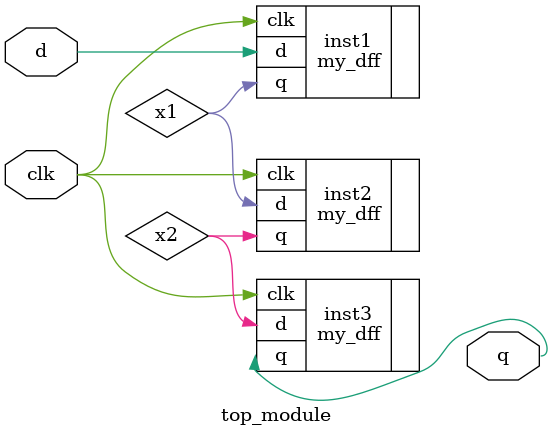
<source format=v>
module top_module ( 
    input clk, 
    input d, 
    output q 
);
    wire x1,x2;
    my_dff inst1(.clk(clk),.d(d),.q(x1));
    my_dff inst2(.clk(clk),.d(x1),.q(x2));
    my_dff inst3(.clk(clk),.d(x2),.q(q));
endmodule

</source>
